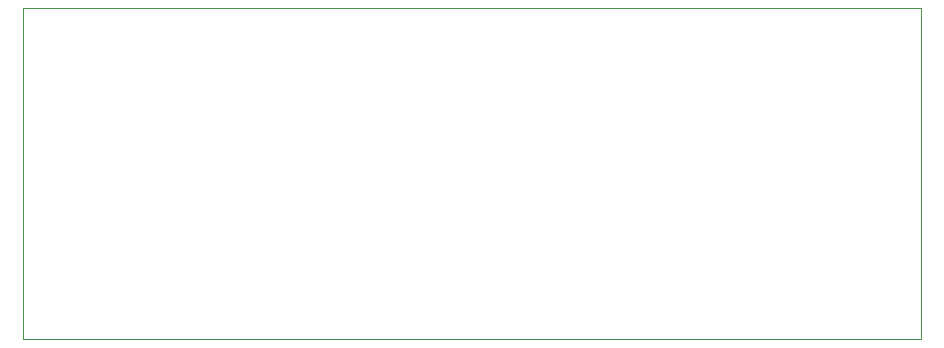
<source format=gbr>
G04 #@! TF.GenerationSoftware,KiCad,Pcbnew,5.1.9-73d0e3b20d~88~ubuntu18.04.1*
G04 #@! TF.CreationDate,2021-01-10T19:17:03-05:00*
G04 #@! TF.ProjectId,DolbyS_NR_HIC,446f6c62-7953-45f4-9e52-5f4849432e6b,2020-11-03*
G04 #@! TF.SameCoordinates,Original*
G04 #@! TF.FileFunction,Profile,NP*
%FSLAX46Y46*%
G04 Gerber Fmt 4.6, Leading zero omitted, Abs format (unit mm)*
G04 Created by KiCad (PCBNEW 5.1.9-73d0e3b20d~88~ubuntu18.04.1) date 2021-01-10 19:17:03*
%MOMM*%
%LPD*%
G01*
G04 APERTURE LIST*
G04 #@! TA.AperFunction,Profile*
%ADD10C,0.100000*%
G04 #@! TD*
G04 APERTURE END LIST*
D10*
X208000000Y-125000000D02*
X208000000Y-97000000D01*
X132000000Y-125000000D02*
X132000000Y-97000000D01*
X208000000Y-125000000D02*
X132000000Y-125000000D01*
X132000000Y-97000000D02*
X208000000Y-97000000D01*
M02*

</source>
